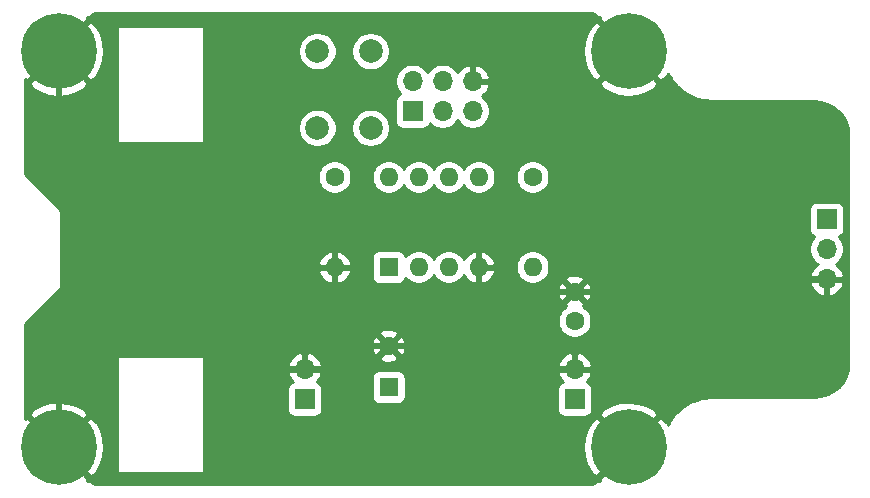
<source format=gbl>
G04 #@! TF.GenerationSoftware,KiCad,Pcbnew,5.1.6-c6e7f7d~87~ubuntu20.04.1*
G04 #@! TF.CreationDate,2020-07-30T22:17:07+05:30*
G04 #@! TF.ProjectId,tiny_blinky,74696e79-5f62-46c6-996e-6b792e6b6963,rev1*
G04 #@! TF.SameCoordinates,Original*
G04 #@! TF.FileFunction,Copper,L2,Bot*
G04 #@! TF.FilePolarity,Positive*
%FSLAX46Y46*%
G04 Gerber Fmt 4.6, Leading zero omitted, Abs format (unit mm)*
G04 Created by KiCad (PCBNEW 5.1.6-c6e7f7d~87~ubuntu20.04.1) date 2020-07-30 22:17:07*
%MOMM*%
%LPD*%
G01*
G04 APERTURE LIST*
G04 #@! TA.AperFunction,ComponentPad*
%ADD10C,2.000000*%
G04 #@! TD*
G04 #@! TA.AperFunction,ComponentPad*
%ADD11R,1.600000X1.600000*%
G04 #@! TD*
G04 #@! TA.AperFunction,ComponentPad*
%ADD12C,1.600000*%
G04 #@! TD*
G04 #@! TA.AperFunction,ComponentPad*
%ADD13C,6.400000*%
G04 #@! TD*
G04 #@! TA.AperFunction,ComponentPad*
%ADD14C,0.800000*%
G04 #@! TD*
G04 #@! TA.AperFunction,ComponentPad*
%ADD15R,1.700000X1.700000*%
G04 #@! TD*
G04 #@! TA.AperFunction,ComponentPad*
%ADD16O,1.700000X1.700000*%
G04 #@! TD*
G04 #@! TA.AperFunction,ComponentPad*
%ADD17O,1.600000X1.600000*%
G04 #@! TD*
G04 #@! TA.AperFunction,ViaPad*
%ADD18C,0.812800*%
G04 #@! TD*
G04 #@! TA.AperFunction,Conductor*
%ADD19C,0.508000*%
G04 #@! TD*
G04 #@! TA.AperFunction,Conductor*
%ADD20C,0.254000*%
G04 #@! TD*
G04 APERTURE END LIST*
D10*
X70612000Y-40536000D03*
X66112000Y-40536000D03*
X70612000Y-34036000D03*
X66112000Y-34036000D03*
D11*
X72136000Y-62484000D03*
D12*
X72136000Y-58984000D03*
X87884000Y-56896000D03*
X87884000Y-54396000D03*
D13*
X92456000Y-67564000D03*
D14*
X94856000Y-67564000D03*
X94153056Y-69261056D03*
X92456000Y-69964000D03*
X90758944Y-69261056D03*
X90056000Y-67564000D03*
X90758944Y-65866944D03*
X92456000Y-65164000D03*
X94153056Y-65866944D03*
X94153056Y-32338944D03*
X92456000Y-31636000D03*
X90758944Y-32338944D03*
X90056000Y-34036000D03*
X90758944Y-35733056D03*
X92456000Y-36436000D03*
X94153056Y-35733056D03*
X94856000Y-34036000D03*
D13*
X92456000Y-34036000D03*
X44196000Y-34036000D03*
D14*
X46596000Y-34036000D03*
X45893056Y-35733056D03*
X44196000Y-36436000D03*
X42498944Y-35733056D03*
X41796000Y-34036000D03*
X42498944Y-32338944D03*
X44196000Y-31636000D03*
X45893056Y-32338944D03*
X45893056Y-65866944D03*
X44196000Y-65164000D03*
X42498944Y-65866944D03*
X41796000Y-67564000D03*
X42498944Y-69261056D03*
X44196000Y-69964000D03*
X45893056Y-69261056D03*
X46596000Y-67564000D03*
D13*
X44196000Y-67564000D03*
D15*
X109220000Y-48260000D03*
D16*
X109220000Y-50800000D03*
X109220000Y-53340000D03*
D15*
X74168000Y-39116000D03*
D16*
X74168000Y-36576000D03*
X76708000Y-39116000D03*
X76708000Y-36576000D03*
X79248000Y-39116000D03*
X79248000Y-36576000D03*
X65024000Y-60960000D03*
D15*
X65024000Y-63500000D03*
X87884000Y-63500000D03*
D16*
X87884000Y-60960000D03*
D12*
X84328000Y-44704000D03*
D17*
X84328000Y-52324000D03*
X67564000Y-52324000D03*
D12*
X67564000Y-44704000D03*
D11*
X72136000Y-52324000D03*
D17*
X79756000Y-44704000D03*
X74676000Y-52324000D03*
X77216000Y-44704000D03*
X77216000Y-52324000D03*
X74676000Y-44704000D03*
X79756000Y-52324000D03*
X72136000Y-44704000D03*
D18*
X105537000Y-44323000D03*
X105537000Y-52451000D03*
X105410000Y-60579000D03*
D19*
X66802000Y-60960000D02*
X65024000Y-60960000D01*
X67564000Y-60198000D02*
X66802000Y-60960000D01*
X67635000Y-58984000D02*
X67564000Y-59055000D01*
X72136000Y-58984000D02*
X67635000Y-58984000D01*
X67564000Y-59055000D02*
X67564000Y-60198000D01*
X67564000Y-52324000D02*
X67564000Y-59055000D01*
X72136000Y-58984000D02*
X78557000Y-58984000D01*
X78557000Y-58984000D02*
X79756000Y-57785000D01*
X79843000Y-54396000D02*
X79756000Y-54483000D01*
X87884000Y-54396000D02*
X79843000Y-54396000D01*
X79756000Y-54483000D02*
X79756000Y-52324000D01*
X79756000Y-57785000D02*
X79756000Y-54483000D01*
X87884000Y-60960000D02*
X79375000Y-60960000D01*
X78557000Y-60142000D02*
X78557000Y-58984000D01*
X79375000Y-60960000D02*
X78557000Y-60142000D01*
X93893000Y-54396000D02*
X93980000Y-54483000D01*
X87884000Y-54396000D02*
X93893000Y-54396000D01*
X95123000Y-53340000D02*
X93980000Y-54483000D01*
X109220000Y-53340000D02*
X95123000Y-53340000D01*
X44196000Y-34036000D02*
X47244000Y-30988000D01*
X89408000Y-30988000D02*
X92456000Y-34036000D01*
X79248000Y-30988000D02*
X89408000Y-30988000D01*
X47244000Y-30988000D02*
X79248000Y-30988000D01*
X89408000Y-70612000D02*
X92456000Y-67564000D01*
X44196000Y-67564000D02*
X47244000Y-70612000D01*
X65024000Y-60960000D02*
X61976000Y-60960000D01*
X60960000Y-61976000D02*
X60960000Y-70612000D01*
X61976000Y-60960000D02*
X60960000Y-61976000D01*
X60960000Y-70612000D02*
X89408000Y-70612000D01*
X47244000Y-70612000D02*
X60960000Y-70612000D01*
X105537000Y-44323000D02*
X105537000Y-52451000D01*
X105537000Y-60452000D02*
X105410000Y-60579000D01*
X105537000Y-52451000D02*
X105537000Y-60452000D01*
X44196000Y-34036000D02*
X44196000Y-44450000D01*
X44196000Y-44450000D02*
X46482000Y-46736000D01*
X46482000Y-55118000D02*
X44196000Y-57404000D01*
X46482000Y-46736000D02*
X46482000Y-55118000D01*
X44196000Y-67564000D02*
X44196000Y-57404000D01*
D20*
G36*
X89934724Y-31335119D02*
G01*
X92456000Y-33856395D01*
X92470143Y-33842253D01*
X92649748Y-34021858D01*
X92635605Y-34036000D01*
X95156881Y-36557276D01*
X95646548Y-36197088D01*
X95790351Y-35932086D01*
X96016679Y-36350673D01*
X96051416Y-36402172D01*
X96085472Y-36454215D01*
X96091524Y-36461636D01*
X96533903Y-36996379D01*
X96578006Y-37040176D01*
X96621498Y-37084588D01*
X96628870Y-37090686D01*
X96628875Y-37090691D01*
X96628880Y-37090695D01*
X97166694Y-37529325D01*
X97218469Y-37563724D01*
X97269753Y-37598839D01*
X97278176Y-37603393D01*
X97890951Y-37929212D01*
X97948444Y-37952909D01*
X98005549Y-37977384D01*
X98014696Y-37980216D01*
X98679085Y-38180807D01*
X98740048Y-38192878D01*
X98800858Y-38205803D01*
X98810381Y-38206804D01*
X99501078Y-38274527D01*
X99501079Y-38274527D01*
X99534311Y-38277800D01*
X108170459Y-38277800D01*
X108760851Y-38335688D01*
X109296497Y-38497409D01*
X109790526Y-38760090D01*
X110224123Y-39113723D01*
X110580778Y-39544844D01*
X110846899Y-40037026D01*
X111012356Y-40571530D01*
X111074200Y-41159942D01*
X111074201Y-60418449D01*
X111016312Y-61008851D01*
X110854591Y-61544497D01*
X110591911Y-62038525D01*
X110238279Y-62472121D01*
X109807156Y-62828777D01*
X109314977Y-63094898D01*
X108780470Y-63260356D01*
X108192058Y-63322200D01*
X99534311Y-63322200D01*
X99503194Y-63325265D01*
X99481020Y-63325110D01*
X99471490Y-63326044D01*
X98781282Y-63398587D01*
X98720415Y-63411081D01*
X98659336Y-63422733D01*
X98650169Y-63425500D01*
X97987198Y-63630725D01*
X97929883Y-63654818D01*
X97872268Y-63678096D01*
X97863813Y-63682591D01*
X97253328Y-64012679D01*
X97201819Y-64047422D01*
X97149785Y-64081473D01*
X97142364Y-64087524D01*
X96607620Y-64529903D01*
X96563838Y-64573992D01*
X96519412Y-64617498D01*
X96513309Y-64624876D01*
X96074675Y-65162695D01*
X96040293Y-65214443D01*
X96005161Y-65265753D01*
X96000607Y-65274176D01*
X95791519Y-65667413D01*
X95673555Y-65443330D01*
X95646548Y-65402912D01*
X95156881Y-65042724D01*
X92635605Y-67564000D01*
X92649748Y-67578143D01*
X92470143Y-67757748D01*
X92456000Y-67743605D01*
X89934724Y-70264881D01*
X90059271Y-70434200D01*
X46592729Y-70434200D01*
X46717276Y-70264881D01*
X44196000Y-67743605D01*
X44181858Y-67757748D01*
X44002253Y-67578143D01*
X44016395Y-67564000D01*
X44375605Y-67564000D01*
X46896881Y-70085276D01*
X47386548Y-69725088D01*
X47746849Y-69061118D01*
X47970694Y-68339615D01*
X48049480Y-67588305D01*
X47980178Y-66836062D01*
X47765452Y-66111792D01*
X47413555Y-65443330D01*
X47386548Y-65402912D01*
X46896881Y-65042724D01*
X44375605Y-67564000D01*
X44016395Y-67564000D01*
X41495119Y-65042724D01*
X41325800Y-65167271D01*
X41325800Y-64863119D01*
X41674724Y-64863119D01*
X44196000Y-67384395D01*
X46717276Y-64863119D01*
X46357088Y-64373452D01*
X45693118Y-64013151D01*
X44971615Y-63789306D01*
X44220305Y-63710520D01*
X43468062Y-63779822D01*
X42743792Y-63994548D01*
X42075330Y-64346445D01*
X42034912Y-64373452D01*
X41674724Y-64863119D01*
X41325800Y-64863119D01*
X41325800Y-59944000D01*
X49149000Y-59944000D01*
X49149000Y-69596000D01*
X49151440Y-69620776D01*
X49158667Y-69644601D01*
X49170403Y-69666557D01*
X49186197Y-69685803D01*
X49205443Y-69701597D01*
X49227399Y-69713333D01*
X49251224Y-69720560D01*
X49276000Y-69723000D01*
X56388000Y-69723000D01*
X56412776Y-69720560D01*
X56436601Y-69713333D01*
X56458557Y-69701597D01*
X56477803Y-69685803D01*
X56493597Y-69666557D01*
X56505333Y-69644601D01*
X56512560Y-69620776D01*
X56515000Y-69596000D01*
X56515000Y-67539695D01*
X88602520Y-67539695D01*
X88671822Y-68291938D01*
X88886548Y-69016208D01*
X89238445Y-69684670D01*
X89265452Y-69725088D01*
X89755119Y-70085276D01*
X92276395Y-67564000D01*
X89755119Y-65042724D01*
X89265452Y-65402912D01*
X88905151Y-66066882D01*
X88681306Y-66788385D01*
X88602520Y-67539695D01*
X56515000Y-67539695D01*
X56515000Y-62650000D01*
X63535928Y-62650000D01*
X63535928Y-64350000D01*
X63548188Y-64474482D01*
X63584498Y-64594180D01*
X63643463Y-64704494D01*
X63722815Y-64801185D01*
X63819506Y-64880537D01*
X63929820Y-64939502D01*
X64049518Y-64975812D01*
X64174000Y-64988072D01*
X65874000Y-64988072D01*
X65998482Y-64975812D01*
X66118180Y-64939502D01*
X66228494Y-64880537D01*
X66325185Y-64801185D01*
X66404537Y-64704494D01*
X66463502Y-64594180D01*
X66499812Y-64474482D01*
X66512072Y-64350000D01*
X66512072Y-62650000D01*
X66499812Y-62525518D01*
X66463502Y-62405820D01*
X66404537Y-62295506D01*
X66325185Y-62198815D01*
X66228494Y-62119463D01*
X66118180Y-62060498D01*
X66037534Y-62036034D01*
X66121588Y-61960269D01*
X66295641Y-61726920D01*
X66316084Y-61684000D01*
X70697928Y-61684000D01*
X70697928Y-63284000D01*
X70710188Y-63408482D01*
X70746498Y-63528180D01*
X70805463Y-63638494D01*
X70884815Y-63735185D01*
X70981506Y-63814537D01*
X71091820Y-63873502D01*
X71211518Y-63909812D01*
X71336000Y-63922072D01*
X72936000Y-63922072D01*
X73060482Y-63909812D01*
X73180180Y-63873502D01*
X73290494Y-63814537D01*
X73387185Y-63735185D01*
X73466537Y-63638494D01*
X73525502Y-63528180D01*
X73561812Y-63408482D01*
X73574072Y-63284000D01*
X73574072Y-62650000D01*
X86395928Y-62650000D01*
X86395928Y-64350000D01*
X86408188Y-64474482D01*
X86444498Y-64594180D01*
X86503463Y-64704494D01*
X86582815Y-64801185D01*
X86679506Y-64880537D01*
X86789820Y-64939502D01*
X86909518Y-64975812D01*
X87034000Y-64988072D01*
X88734000Y-64988072D01*
X88858482Y-64975812D01*
X88978180Y-64939502D01*
X89088494Y-64880537D01*
X89109717Y-64863119D01*
X89934724Y-64863119D01*
X92456000Y-67384395D01*
X94977276Y-64863119D01*
X94617088Y-64373452D01*
X93953118Y-64013151D01*
X93231615Y-63789306D01*
X92480305Y-63710520D01*
X91728062Y-63779822D01*
X91003792Y-63994548D01*
X90335330Y-64346445D01*
X90294912Y-64373452D01*
X89934724Y-64863119D01*
X89109717Y-64863119D01*
X89185185Y-64801185D01*
X89264537Y-64704494D01*
X89323502Y-64594180D01*
X89359812Y-64474482D01*
X89372072Y-64350000D01*
X89372072Y-62650000D01*
X89359812Y-62525518D01*
X89323502Y-62405820D01*
X89264537Y-62295506D01*
X89185185Y-62198815D01*
X89088494Y-62119463D01*
X88978180Y-62060498D01*
X88897534Y-62036034D01*
X88981588Y-61960269D01*
X89155641Y-61726920D01*
X89280825Y-61464099D01*
X89325476Y-61316890D01*
X89204155Y-61087000D01*
X88011000Y-61087000D01*
X88011000Y-61107000D01*
X87757000Y-61107000D01*
X87757000Y-61087000D01*
X86563845Y-61087000D01*
X86442524Y-61316890D01*
X86487175Y-61464099D01*
X86612359Y-61726920D01*
X86786412Y-61960269D01*
X86870466Y-62036034D01*
X86789820Y-62060498D01*
X86679506Y-62119463D01*
X86582815Y-62198815D01*
X86503463Y-62295506D01*
X86444498Y-62405820D01*
X86408188Y-62525518D01*
X86395928Y-62650000D01*
X73574072Y-62650000D01*
X73574072Y-61684000D01*
X73561812Y-61559518D01*
X73525502Y-61439820D01*
X73466537Y-61329506D01*
X73387185Y-61232815D01*
X73290494Y-61153463D01*
X73180180Y-61094498D01*
X73060482Y-61058188D01*
X72936000Y-61045928D01*
X71336000Y-61045928D01*
X71211518Y-61058188D01*
X71091820Y-61094498D01*
X70981506Y-61153463D01*
X70884815Y-61232815D01*
X70805463Y-61329506D01*
X70746498Y-61439820D01*
X70710188Y-61559518D01*
X70697928Y-61684000D01*
X66316084Y-61684000D01*
X66420825Y-61464099D01*
X66465476Y-61316890D01*
X66344155Y-61087000D01*
X65151000Y-61087000D01*
X65151000Y-61107000D01*
X64897000Y-61107000D01*
X64897000Y-61087000D01*
X63703845Y-61087000D01*
X63582524Y-61316890D01*
X63627175Y-61464099D01*
X63752359Y-61726920D01*
X63926412Y-61960269D01*
X64010466Y-62036034D01*
X63929820Y-62060498D01*
X63819506Y-62119463D01*
X63722815Y-62198815D01*
X63643463Y-62295506D01*
X63584498Y-62405820D01*
X63548188Y-62525518D01*
X63535928Y-62650000D01*
X56515000Y-62650000D01*
X56515000Y-60603110D01*
X63582524Y-60603110D01*
X63703845Y-60833000D01*
X64897000Y-60833000D01*
X64897000Y-59639186D01*
X65151000Y-59639186D01*
X65151000Y-60833000D01*
X66344155Y-60833000D01*
X66465476Y-60603110D01*
X86442524Y-60603110D01*
X86563845Y-60833000D01*
X87757000Y-60833000D01*
X87757000Y-59639186D01*
X88011000Y-59639186D01*
X88011000Y-60833000D01*
X89204155Y-60833000D01*
X89325476Y-60603110D01*
X89280825Y-60455901D01*
X89155641Y-60193080D01*
X88981588Y-59959731D01*
X88765355Y-59764822D01*
X88515252Y-59615843D01*
X88240891Y-59518519D01*
X88011000Y-59639186D01*
X87757000Y-59639186D01*
X87527109Y-59518519D01*
X87252748Y-59615843D01*
X87002645Y-59764822D01*
X86786412Y-59959731D01*
X86612359Y-60193080D01*
X86487175Y-60455901D01*
X86442524Y-60603110D01*
X66465476Y-60603110D01*
X66420825Y-60455901D01*
X66295641Y-60193080D01*
X66134247Y-59976702D01*
X71322903Y-59976702D01*
X71394486Y-60220671D01*
X71649996Y-60341571D01*
X71924184Y-60410300D01*
X72206512Y-60424217D01*
X72486130Y-60382787D01*
X72752292Y-60287603D01*
X72877514Y-60220671D01*
X72949097Y-59976702D01*
X72136000Y-59163605D01*
X71322903Y-59976702D01*
X66134247Y-59976702D01*
X66121588Y-59959731D01*
X65905355Y-59764822D01*
X65655252Y-59615843D01*
X65380891Y-59518519D01*
X65151000Y-59639186D01*
X64897000Y-59639186D01*
X64667109Y-59518519D01*
X64392748Y-59615843D01*
X64142645Y-59764822D01*
X63926412Y-59959731D01*
X63752359Y-60193080D01*
X63627175Y-60455901D01*
X63582524Y-60603110D01*
X56515000Y-60603110D01*
X56515000Y-59944000D01*
X56512560Y-59919224D01*
X56505333Y-59895399D01*
X56493597Y-59873443D01*
X56477803Y-59854197D01*
X56458557Y-59838403D01*
X56436601Y-59826667D01*
X56412776Y-59819440D01*
X56388000Y-59817000D01*
X49276000Y-59817000D01*
X49251224Y-59819440D01*
X49227399Y-59826667D01*
X49205443Y-59838403D01*
X49186197Y-59854197D01*
X49170403Y-59873443D01*
X49158667Y-59895399D01*
X49151440Y-59919224D01*
X49149000Y-59944000D01*
X41325800Y-59944000D01*
X41325800Y-59054512D01*
X70695783Y-59054512D01*
X70737213Y-59334130D01*
X70832397Y-59600292D01*
X70899329Y-59725514D01*
X71143298Y-59797097D01*
X71956395Y-58984000D01*
X72315605Y-58984000D01*
X73128702Y-59797097D01*
X73372671Y-59725514D01*
X73493571Y-59470004D01*
X73562300Y-59195816D01*
X73576217Y-58913488D01*
X73534787Y-58633870D01*
X73439603Y-58367708D01*
X73372671Y-58242486D01*
X73128702Y-58170903D01*
X72315605Y-58984000D01*
X71956395Y-58984000D01*
X71143298Y-58170903D01*
X70899329Y-58242486D01*
X70778429Y-58497996D01*
X70709700Y-58772184D01*
X70695783Y-59054512D01*
X41325800Y-59054512D01*
X41325800Y-57991298D01*
X71322903Y-57991298D01*
X72136000Y-58804395D01*
X72949097Y-57991298D01*
X72877514Y-57747329D01*
X72622004Y-57626429D01*
X72347816Y-57557700D01*
X72065488Y-57543783D01*
X71785870Y-57585213D01*
X71519708Y-57680397D01*
X71394486Y-57747329D01*
X71322903Y-57991298D01*
X41325800Y-57991298D01*
X41325800Y-57180067D01*
X41751202Y-56754665D01*
X86449000Y-56754665D01*
X86449000Y-57037335D01*
X86504147Y-57314574D01*
X86612320Y-57575727D01*
X86769363Y-57810759D01*
X86969241Y-58010637D01*
X87204273Y-58167680D01*
X87465426Y-58275853D01*
X87742665Y-58331000D01*
X88025335Y-58331000D01*
X88302574Y-58275853D01*
X88563727Y-58167680D01*
X88798759Y-58010637D01*
X88998637Y-57810759D01*
X89155680Y-57575727D01*
X89263853Y-57314574D01*
X89319000Y-57037335D01*
X89319000Y-56754665D01*
X89263853Y-56477426D01*
X89155680Y-56216273D01*
X88998637Y-55981241D01*
X88798759Y-55781363D01*
X88598131Y-55647308D01*
X88625514Y-55632671D01*
X88697097Y-55388702D01*
X87884000Y-54575605D01*
X87070903Y-55388702D01*
X87142486Y-55632671D01*
X87171341Y-55646324D01*
X86969241Y-55781363D01*
X86769363Y-55981241D01*
X86612320Y-56216273D01*
X86504147Y-56477426D01*
X86449000Y-56754665D01*
X41751202Y-56754665D01*
X44039355Y-54466512D01*
X86443783Y-54466512D01*
X86485213Y-54746130D01*
X86580397Y-55012292D01*
X86647329Y-55137514D01*
X86891298Y-55209097D01*
X87704395Y-54396000D01*
X88063605Y-54396000D01*
X88876702Y-55209097D01*
X89120671Y-55137514D01*
X89241571Y-54882004D01*
X89310300Y-54607816D01*
X89324217Y-54325488D01*
X89282787Y-54045870D01*
X89187603Y-53779708D01*
X89143337Y-53696890D01*
X107778524Y-53696890D01*
X107823175Y-53844099D01*
X107948359Y-54106920D01*
X108122412Y-54340269D01*
X108338645Y-54535178D01*
X108588748Y-54684157D01*
X108863109Y-54781481D01*
X109093000Y-54660814D01*
X109093000Y-53467000D01*
X109347000Y-53467000D01*
X109347000Y-54660814D01*
X109576891Y-54781481D01*
X109851252Y-54684157D01*
X110101355Y-54535178D01*
X110317588Y-54340269D01*
X110491641Y-54106920D01*
X110616825Y-53844099D01*
X110661476Y-53696890D01*
X110540155Y-53467000D01*
X109347000Y-53467000D01*
X109093000Y-53467000D01*
X107899845Y-53467000D01*
X107778524Y-53696890D01*
X89143337Y-53696890D01*
X89120671Y-53654486D01*
X88876702Y-53582903D01*
X88063605Y-54396000D01*
X87704395Y-54396000D01*
X86891298Y-53582903D01*
X86647329Y-53654486D01*
X86526429Y-53909996D01*
X86457700Y-54184184D01*
X86443783Y-54466512D01*
X44039355Y-54466512D01*
X44149115Y-54356753D01*
X44175280Y-54335280D01*
X44260981Y-54230853D01*
X44290623Y-54175396D01*
X44324662Y-54111715D01*
X44336557Y-54072500D01*
X44363877Y-53982440D01*
X44373800Y-53881689D01*
X44373800Y-53881686D01*
X44377118Y-53848000D01*
X44373800Y-53814314D01*
X44373800Y-52673040D01*
X66172091Y-52673040D01*
X66266930Y-52937881D01*
X66411615Y-53179131D01*
X66600586Y-53387519D01*
X66826580Y-53555037D01*
X67080913Y-53675246D01*
X67214961Y-53715904D01*
X67437000Y-53593915D01*
X67437000Y-52451000D01*
X67691000Y-52451000D01*
X67691000Y-53593915D01*
X67913039Y-53715904D01*
X68047087Y-53675246D01*
X68301420Y-53555037D01*
X68527414Y-53387519D01*
X68716385Y-53179131D01*
X68861070Y-52937881D01*
X68955909Y-52673040D01*
X68834624Y-52451000D01*
X67691000Y-52451000D01*
X67437000Y-52451000D01*
X66293376Y-52451000D01*
X66172091Y-52673040D01*
X44373800Y-52673040D01*
X44373800Y-51974960D01*
X66172091Y-51974960D01*
X66293376Y-52197000D01*
X67437000Y-52197000D01*
X67437000Y-51054085D01*
X67691000Y-51054085D01*
X67691000Y-52197000D01*
X68834624Y-52197000D01*
X68955909Y-51974960D01*
X68861070Y-51710119D01*
X68749449Y-51524000D01*
X70697928Y-51524000D01*
X70697928Y-53124000D01*
X70710188Y-53248482D01*
X70746498Y-53368180D01*
X70805463Y-53478494D01*
X70884815Y-53575185D01*
X70981506Y-53654537D01*
X71091820Y-53713502D01*
X71211518Y-53749812D01*
X71336000Y-53762072D01*
X72936000Y-53762072D01*
X73060482Y-53749812D01*
X73180180Y-53713502D01*
X73290494Y-53654537D01*
X73387185Y-53575185D01*
X73466537Y-53478494D01*
X73525502Y-53368180D01*
X73561812Y-53248482D01*
X73562643Y-53240039D01*
X73761241Y-53438637D01*
X73996273Y-53595680D01*
X74257426Y-53703853D01*
X74534665Y-53759000D01*
X74817335Y-53759000D01*
X75094574Y-53703853D01*
X75355727Y-53595680D01*
X75590759Y-53438637D01*
X75790637Y-53238759D01*
X75946000Y-53006241D01*
X76101363Y-53238759D01*
X76301241Y-53438637D01*
X76536273Y-53595680D01*
X76797426Y-53703853D01*
X77074665Y-53759000D01*
X77357335Y-53759000D01*
X77634574Y-53703853D01*
X77895727Y-53595680D01*
X78130759Y-53438637D01*
X78330637Y-53238759D01*
X78487680Y-53003727D01*
X78492067Y-52993135D01*
X78603615Y-53179131D01*
X78792586Y-53387519D01*
X79018580Y-53555037D01*
X79272913Y-53675246D01*
X79406961Y-53715904D01*
X79629000Y-53593915D01*
X79629000Y-52451000D01*
X79883000Y-52451000D01*
X79883000Y-53593915D01*
X80105039Y-53715904D01*
X80239087Y-53675246D01*
X80493420Y-53555037D01*
X80719414Y-53387519D01*
X80908385Y-53179131D01*
X81053070Y-52937881D01*
X81147909Y-52673040D01*
X81026624Y-52451000D01*
X79883000Y-52451000D01*
X79629000Y-52451000D01*
X79609000Y-52451000D01*
X79609000Y-52197000D01*
X79629000Y-52197000D01*
X79629000Y-51054085D01*
X79883000Y-51054085D01*
X79883000Y-52197000D01*
X81026624Y-52197000D01*
X81034454Y-52182665D01*
X82893000Y-52182665D01*
X82893000Y-52465335D01*
X82948147Y-52742574D01*
X83056320Y-53003727D01*
X83213363Y-53238759D01*
X83413241Y-53438637D01*
X83648273Y-53595680D01*
X83909426Y-53703853D01*
X84186665Y-53759000D01*
X84469335Y-53759000D01*
X84746574Y-53703853D01*
X85007727Y-53595680D01*
X85242759Y-53438637D01*
X85278098Y-53403298D01*
X87070903Y-53403298D01*
X87884000Y-54216395D01*
X88697097Y-53403298D01*
X88625514Y-53159329D01*
X88370004Y-53038429D01*
X88095816Y-52969700D01*
X87813488Y-52955783D01*
X87533870Y-52997213D01*
X87267708Y-53092397D01*
X87142486Y-53159329D01*
X87070903Y-53403298D01*
X85278098Y-53403298D01*
X85442637Y-53238759D01*
X85599680Y-53003727D01*
X85707853Y-52742574D01*
X85763000Y-52465335D01*
X85763000Y-52182665D01*
X85707853Y-51905426D01*
X85599680Y-51644273D01*
X85442637Y-51409241D01*
X85242759Y-51209363D01*
X85007727Y-51052320D01*
X84746574Y-50944147D01*
X84469335Y-50889000D01*
X84186665Y-50889000D01*
X83909426Y-50944147D01*
X83648273Y-51052320D01*
X83413241Y-51209363D01*
X83213363Y-51409241D01*
X83056320Y-51644273D01*
X82948147Y-51905426D01*
X82893000Y-52182665D01*
X81034454Y-52182665D01*
X81147909Y-51974960D01*
X81053070Y-51710119D01*
X80908385Y-51468869D01*
X80719414Y-51260481D01*
X80493420Y-51092963D01*
X80239087Y-50972754D01*
X80105039Y-50932096D01*
X79883000Y-51054085D01*
X79629000Y-51054085D01*
X79406961Y-50932096D01*
X79272913Y-50972754D01*
X79018580Y-51092963D01*
X78792586Y-51260481D01*
X78603615Y-51468869D01*
X78492067Y-51654865D01*
X78487680Y-51644273D01*
X78330637Y-51409241D01*
X78130759Y-51209363D01*
X77895727Y-51052320D01*
X77634574Y-50944147D01*
X77357335Y-50889000D01*
X77074665Y-50889000D01*
X76797426Y-50944147D01*
X76536273Y-51052320D01*
X76301241Y-51209363D01*
X76101363Y-51409241D01*
X75946000Y-51641759D01*
X75790637Y-51409241D01*
X75590759Y-51209363D01*
X75355727Y-51052320D01*
X75094574Y-50944147D01*
X74817335Y-50889000D01*
X74534665Y-50889000D01*
X74257426Y-50944147D01*
X73996273Y-51052320D01*
X73761241Y-51209363D01*
X73562643Y-51407961D01*
X73561812Y-51399518D01*
X73525502Y-51279820D01*
X73466537Y-51169506D01*
X73387185Y-51072815D01*
X73290494Y-50993463D01*
X73180180Y-50934498D01*
X73060482Y-50898188D01*
X72936000Y-50885928D01*
X71336000Y-50885928D01*
X71211518Y-50898188D01*
X71091820Y-50934498D01*
X70981506Y-50993463D01*
X70884815Y-51072815D01*
X70805463Y-51169506D01*
X70746498Y-51279820D01*
X70710188Y-51399518D01*
X70697928Y-51524000D01*
X68749449Y-51524000D01*
X68716385Y-51468869D01*
X68527414Y-51260481D01*
X68301420Y-51092963D01*
X68047087Y-50972754D01*
X67913039Y-50932096D01*
X67691000Y-51054085D01*
X67437000Y-51054085D01*
X67214961Y-50932096D01*
X67080913Y-50972754D01*
X66826580Y-51092963D01*
X66600586Y-51260481D01*
X66411615Y-51468869D01*
X66266930Y-51710119D01*
X66172091Y-51974960D01*
X44373800Y-51974960D01*
X44373800Y-47785686D01*
X44377118Y-47752000D01*
X44373800Y-47718311D01*
X44363877Y-47617560D01*
X44336557Y-47527500D01*
X44324662Y-47488285D01*
X44282817Y-47410000D01*
X107731928Y-47410000D01*
X107731928Y-49110000D01*
X107744188Y-49234482D01*
X107780498Y-49354180D01*
X107839463Y-49464494D01*
X107918815Y-49561185D01*
X108015506Y-49640537D01*
X108125820Y-49699502D01*
X108198380Y-49721513D01*
X108066525Y-49853368D01*
X107904010Y-50096589D01*
X107792068Y-50366842D01*
X107735000Y-50653740D01*
X107735000Y-50946260D01*
X107792068Y-51233158D01*
X107904010Y-51503411D01*
X108066525Y-51746632D01*
X108273368Y-51953475D01*
X108455534Y-52075195D01*
X108338645Y-52144822D01*
X108122412Y-52339731D01*
X107948359Y-52573080D01*
X107823175Y-52835901D01*
X107778524Y-52983110D01*
X107899845Y-53213000D01*
X109093000Y-53213000D01*
X109093000Y-53193000D01*
X109347000Y-53193000D01*
X109347000Y-53213000D01*
X110540155Y-53213000D01*
X110661476Y-52983110D01*
X110616825Y-52835901D01*
X110491641Y-52573080D01*
X110317588Y-52339731D01*
X110101355Y-52144822D01*
X109984466Y-52075195D01*
X110166632Y-51953475D01*
X110373475Y-51746632D01*
X110535990Y-51503411D01*
X110647932Y-51233158D01*
X110705000Y-50946260D01*
X110705000Y-50653740D01*
X110647932Y-50366842D01*
X110535990Y-50096589D01*
X110373475Y-49853368D01*
X110241620Y-49721513D01*
X110314180Y-49699502D01*
X110424494Y-49640537D01*
X110521185Y-49561185D01*
X110600537Y-49464494D01*
X110659502Y-49354180D01*
X110695812Y-49234482D01*
X110708072Y-49110000D01*
X110708072Y-47410000D01*
X110695812Y-47285518D01*
X110659502Y-47165820D01*
X110600537Y-47055506D01*
X110521185Y-46958815D01*
X110424494Y-46879463D01*
X110314180Y-46820498D01*
X110194482Y-46784188D01*
X110070000Y-46771928D01*
X108370000Y-46771928D01*
X108245518Y-46784188D01*
X108125820Y-46820498D01*
X108015506Y-46879463D01*
X107918815Y-46958815D01*
X107839463Y-47055506D01*
X107780498Y-47165820D01*
X107744188Y-47285518D01*
X107731928Y-47410000D01*
X44282817Y-47410000D01*
X44260981Y-47369147D01*
X44251639Y-47357764D01*
X44196755Y-47290887D01*
X44196749Y-47290881D01*
X44175279Y-47264720D01*
X44149119Y-47243251D01*
X41468533Y-44562665D01*
X66129000Y-44562665D01*
X66129000Y-44845335D01*
X66184147Y-45122574D01*
X66292320Y-45383727D01*
X66449363Y-45618759D01*
X66649241Y-45818637D01*
X66884273Y-45975680D01*
X67145426Y-46083853D01*
X67422665Y-46139000D01*
X67705335Y-46139000D01*
X67982574Y-46083853D01*
X68243727Y-45975680D01*
X68478759Y-45818637D01*
X68678637Y-45618759D01*
X68835680Y-45383727D01*
X68943853Y-45122574D01*
X68999000Y-44845335D01*
X68999000Y-44562665D01*
X70701000Y-44562665D01*
X70701000Y-44845335D01*
X70756147Y-45122574D01*
X70864320Y-45383727D01*
X71021363Y-45618759D01*
X71221241Y-45818637D01*
X71456273Y-45975680D01*
X71717426Y-46083853D01*
X71994665Y-46139000D01*
X72277335Y-46139000D01*
X72554574Y-46083853D01*
X72815727Y-45975680D01*
X73050759Y-45818637D01*
X73250637Y-45618759D01*
X73406000Y-45386241D01*
X73561363Y-45618759D01*
X73761241Y-45818637D01*
X73996273Y-45975680D01*
X74257426Y-46083853D01*
X74534665Y-46139000D01*
X74817335Y-46139000D01*
X75094574Y-46083853D01*
X75355727Y-45975680D01*
X75590759Y-45818637D01*
X75790637Y-45618759D01*
X75946000Y-45386241D01*
X76101363Y-45618759D01*
X76301241Y-45818637D01*
X76536273Y-45975680D01*
X76797426Y-46083853D01*
X77074665Y-46139000D01*
X77357335Y-46139000D01*
X77634574Y-46083853D01*
X77895727Y-45975680D01*
X78130759Y-45818637D01*
X78330637Y-45618759D01*
X78486000Y-45386241D01*
X78641363Y-45618759D01*
X78841241Y-45818637D01*
X79076273Y-45975680D01*
X79337426Y-46083853D01*
X79614665Y-46139000D01*
X79897335Y-46139000D01*
X80174574Y-46083853D01*
X80435727Y-45975680D01*
X80670759Y-45818637D01*
X80870637Y-45618759D01*
X81027680Y-45383727D01*
X81135853Y-45122574D01*
X81191000Y-44845335D01*
X81191000Y-44562665D01*
X82893000Y-44562665D01*
X82893000Y-44845335D01*
X82948147Y-45122574D01*
X83056320Y-45383727D01*
X83213363Y-45618759D01*
X83413241Y-45818637D01*
X83648273Y-45975680D01*
X83909426Y-46083853D01*
X84186665Y-46139000D01*
X84469335Y-46139000D01*
X84746574Y-46083853D01*
X85007727Y-45975680D01*
X85242759Y-45818637D01*
X85442637Y-45618759D01*
X85599680Y-45383727D01*
X85707853Y-45122574D01*
X85763000Y-44845335D01*
X85763000Y-44562665D01*
X85707853Y-44285426D01*
X85599680Y-44024273D01*
X85442637Y-43789241D01*
X85242759Y-43589363D01*
X85007727Y-43432320D01*
X84746574Y-43324147D01*
X84469335Y-43269000D01*
X84186665Y-43269000D01*
X83909426Y-43324147D01*
X83648273Y-43432320D01*
X83413241Y-43589363D01*
X83213363Y-43789241D01*
X83056320Y-44024273D01*
X82948147Y-44285426D01*
X82893000Y-44562665D01*
X81191000Y-44562665D01*
X81135853Y-44285426D01*
X81027680Y-44024273D01*
X80870637Y-43789241D01*
X80670759Y-43589363D01*
X80435727Y-43432320D01*
X80174574Y-43324147D01*
X79897335Y-43269000D01*
X79614665Y-43269000D01*
X79337426Y-43324147D01*
X79076273Y-43432320D01*
X78841241Y-43589363D01*
X78641363Y-43789241D01*
X78486000Y-44021759D01*
X78330637Y-43789241D01*
X78130759Y-43589363D01*
X77895727Y-43432320D01*
X77634574Y-43324147D01*
X77357335Y-43269000D01*
X77074665Y-43269000D01*
X76797426Y-43324147D01*
X76536273Y-43432320D01*
X76301241Y-43589363D01*
X76101363Y-43789241D01*
X75946000Y-44021759D01*
X75790637Y-43789241D01*
X75590759Y-43589363D01*
X75355727Y-43432320D01*
X75094574Y-43324147D01*
X74817335Y-43269000D01*
X74534665Y-43269000D01*
X74257426Y-43324147D01*
X73996273Y-43432320D01*
X73761241Y-43589363D01*
X73561363Y-43789241D01*
X73406000Y-44021759D01*
X73250637Y-43789241D01*
X73050759Y-43589363D01*
X72815727Y-43432320D01*
X72554574Y-43324147D01*
X72277335Y-43269000D01*
X71994665Y-43269000D01*
X71717426Y-43324147D01*
X71456273Y-43432320D01*
X71221241Y-43589363D01*
X71021363Y-43789241D01*
X70864320Y-44024273D01*
X70756147Y-44285426D01*
X70701000Y-44562665D01*
X68999000Y-44562665D01*
X68943853Y-44285426D01*
X68835680Y-44024273D01*
X68678637Y-43789241D01*
X68478759Y-43589363D01*
X68243727Y-43432320D01*
X67982574Y-43324147D01*
X67705335Y-43269000D01*
X67422665Y-43269000D01*
X67145426Y-43324147D01*
X66884273Y-43432320D01*
X66649241Y-43589363D01*
X66449363Y-43789241D01*
X66292320Y-44024273D01*
X66184147Y-44285426D01*
X66129000Y-44562665D01*
X41468533Y-44562665D01*
X41325800Y-44419933D01*
X41325800Y-36736881D01*
X41674724Y-36736881D01*
X42034912Y-37226548D01*
X42698882Y-37586849D01*
X43420385Y-37810694D01*
X44171695Y-37889480D01*
X44923938Y-37820178D01*
X45648208Y-37605452D01*
X46316670Y-37253555D01*
X46357088Y-37226548D01*
X46717276Y-36736881D01*
X44196000Y-34215605D01*
X41674724Y-36736881D01*
X41325800Y-36736881D01*
X41325800Y-36432729D01*
X41495119Y-36557276D01*
X44016395Y-34036000D01*
X44375605Y-34036000D01*
X46896881Y-36557276D01*
X47386548Y-36197088D01*
X47746849Y-35533118D01*
X47970694Y-34811615D01*
X48049480Y-34060305D01*
X47980178Y-33308062D01*
X47765452Y-32583792D01*
X47460234Y-32004000D01*
X49149000Y-32004000D01*
X49149000Y-41656000D01*
X49151440Y-41680776D01*
X49158667Y-41704601D01*
X49170403Y-41726557D01*
X49186197Y-41745803D01*
X49205443Y-41761597D01*
X49227399Y-41773333D01*
X49251224Y-41780560D01*
X49276000Y-41783000D01*
X56388000Y-41783000D01*
X56412776Y-41780560D01*
X56436601Y-41773333D01*
X56458557Y-41761597D01*
X56477803Y-41745803D01*
X56493597Y-41726557D01*
X56505333Y-41704601D01*
X56512560Y-41680776D01*
X56515000Y-41656000D01*
X56515000Y-40374967D01*
X64477000Y-40374967D01*
X64477000Y-40697033D01*
X64539832Y-41012912D01*
X64663082Y-41310463D01*
X64842013Y-41578252D01*
X65069748Y-41805987D01*
X65337537Y-41984918D01*
X65635088Y-42108168D01*
X65950967Y-42171000D01*
X66273033Y-42171000D01*
X66588912Y-42108168D01*
X66886463Y-41984918D01*
X67154252Y-41805987D01*
X67381987Y-41578252D01*
X67560918Y-41310463D01*
X67684168Y-41012912D01*
X67747000Y-40697033D01*
X67747000Y-40374967D01*
X68977000Y-40374967D01*
X68977000Y-40697033D01*
X69039832Y-41012912D01*
X69163082Y-41310463D01*
X69342013Y-41578252D01*
X69569748Y-41805987D01*
X69837537Y-41984918D01*
X70135088Y-42108168D01*
X70450967Y-42171000D01*
X70773033Y-42171000D01*
X71088912Y-42108168D01*
X71386463Y-41984918D01*
X71654252Y-41805987D01*
X71881987Y-41578252D01*
X72060918Y-41310463D01*
X72184168Y-41012912D01*
X72247000Y-40697033D01*
X72247000Y-40374967D01*
X72184168Y-40059088D01*
X72060918Y-39761537D01*
X71881987Y-39493748D01*
X71654252Y-39266013D01*
X71386463Y-39087082D01*
X71088912Y-38963832D01*
X70773033Y-38901000D01*
X70450967Y-38901000D01*
X70135088Y-38963832D01*
X69837537Y-39087082D01*
X69569748Y-39266013D01*
X69342013Y-39493748D01*
X69163082Y-39761537D01*
X69039832Y-40059088D01*
X68977000Y-40374967D01*
X67747000Y-40374967D01*
X67684168Y-40059088D01*
X67560918Y-39761537D01*
X67381987Y-39493748D01*
X67154252Y-39266013D01*
X66886463Y-39087082D01*
X66588912Y-38963832D01*
X66273033Y-38901000D01*
X65950967Y-38901000D01*
X65635088Y-38963832D01*
X65337537Y-39087082D01*
X65069748Y-39266013D01*
X64842013Y-39493748D01*
X64663082Y-39761537D01*
X64539832Y-40059088D01*
X64477000Y-40374967D01*
X56515000Y-40374967D01*
X56515000Y-38266000D01*
X72679928Y-38266000D01*
X72679928Y-39966000D01*
X72692188Y-40090482D01*
X72728498Y-40210180D01*
X72787463Y-40320494D01*
X72866815Y-40417185D01*
X72963506Y-40496537D01*
X73073820Y-40555502D01*
X73193518Y-40591812D01*
X73318000Y-40604072D01*
X75018000Y-40604072D01*
X75142482Y-40591812D01*
X75262180Y-40555502D01*
X75372494Y-40496537D01*
X75469185Y-40417185D01*
X75548537Y-40320494D01*
X75607502Y-40210180D01*
X75629513Y-40137620D01*
X75761368Y-40269475D01*
X76004589Y-40431990D01*
X76274842Y-40543932D01*
X76561740Y-40601000D01*
X76854260Y-40601000D01*
X77141158Y-40543932D01*
X77411411Y-40431990D01*
X77654632Y-40269475D01*
X77861475Y-40062632D01*
X77978000Y-39888240D01*
X78094525Y-40062632D01*
X78301368Y-40269475D01*
X78544589Y-40431990D01*
X78814842Y-40543932D01*
X79101740Y-40601000D01*
X79394260Y-40601000D01*
X79681158Y-40543932D01*
X79951411Y-40431990D01*
X80194632Y-40269475D01*
X80401475Y-40062632D01*
X80563990Y-39819411D01*
X80675932Y-39549158D01*
X80733000Y-39262260D01*
X80733000Y-38969740D01*
X80675932Y-38682842D01*
X80563990Y-38412589D01*
X80401475Y-38169368D01*
X80194632Y-37962525D01*
X80018594Y-37844900D01*
X80248269Y-37673588D01*
X80443178Y-37457355D01*
X80592157Y-37207252D01*
X80689481Y-36932891D01*
X80586598Y-36736881D01*
X89934724Y-36736881D01*
X90294912Y-37226548D01*
X90958882Y-37586849D01*
X91680385Y-37810694D01*
X92431695Y-37889480D01*
X93183938Y-37820178D01*
X93908208Y-37605452D01*
X94576670Y-37253555D01*
X94617088Y-37226548D01*
X94977276Y-36736881D01*
X92456000Y-34215605D01*
X89934724Y-36736881D01*
X80586598Y-36736881D01*
X80568814Y-36703000D01*
X79375000Y-36703000D01*
X79375000Y-36723000D01*
X79121000Y-36723000D01*
X79121000Y-36703000D01*
X79101000Y-36703000D01*
X79101000Y-36449000D01*
X79121000Y-36449000D01*
X79121000Y-35255845D01*
X79375000Y-35255845D01*
X79375000Y-36449000D01*
X80568814Y-36449000D01*
X80689481Y-36219109D01*
X80592157Y-35944748D01*
X80443178Y-35694645D01*
X80248269Y-35478412D01*
X80014920Y-35304359D01*
X79752099Y-35179175D01*
X79604890Y-35134524D01*
X79375000Y-35255845D01*
X79121000Y-35255845D01*
X78891110Y-35134524D01*
X78743901Y-35179175D01*
X78481080Y-35304359D01*
X78247731Y-35478412D01*
X78052822Y-35694645D01*
X77983195Y-35811534D01*
X77861475Y-35629368D01*
X77654632Y-35422525D01*
X77411411Y-35260010D01*
X77141158Y-35148068D01*
X76854260Y-35091000D01*
X76561740Y-35091000D01*
X76274842Y-35148068D01*
X76004589Y-35260010D01*
X75761368Y-35422525D01*
X75554525Y-35629368D01*
X75438000Y-35803760D01*
X75321475Y-35629368D01*
X75114632Y-35422525D01*
X74871411Y-35260010D01*
X74601158Y-35148068D01*
X74314260Y-35091000D01*
X74021740Y-35091000D01*
X73734842Y-35148068D01*
X73464589Y-35260010D01*
X73221368Y-35422525D01*
X73014525Y-35629368D01*
X72852010Y-35872589D01*
X72740068Y-36142842D01*
X72683000Y-36429740D01*
X72683000Y-36722260D01*
X72740068Y-37009158D01*
X72852010Y-37279411D01*
X73014525Y-37522632D01*
X73146380Y-37654487D01*
X73073820Y-37676498D01*
X72963506Y-37735463D01*
X72866815Y-37814815D01*
X72787463Y-37911506D01*
X72728498Y-38021820D01*
X72692188Y-38141518D01*
X72679928Y-38266000D01*
X56515000Y-38266000D01*
X56515000Y-33874967D01*
X64477000Y-33874967D01*
X64477000Y-34197033D01*
X64539832Y-34512912D01*
X64663082Y-34810463D01*
X64842013Y-35078252D01*
X65069748Y-35305987D01*
X65337537Y-35484918D01*
X65635088Y-35608168D01*
X65950967Y-35671000D01*
X66273033Y-35671000D01*
X66588912Y-35608168D01*
X66886463Y-35484918D01*
X67154252Y-35305987D01*
X67381987Y-35078252D01*
X67560918Y-34810463D01*
X67684168Y-34512912D01*
X67747000Y-34197033D01*
X67747000Y-33874967D01*
X68977000Y-33874967D01*
X68977000Y-34197033D01*
X69039832Y-34512912D01*
X69163082Y-34810463D01*
X69342013Y-35078252D01*
X69569748Y-35305987D01*
X69837537Y-35484918D01*
X70135088Y-35608168D01*
X70450967Y-35671000D01*
X70773033Y-35671000D01*
X71088912Y-35608168D01*
X71386463Y-35484918D01*
X71654252Y-35305987D01*
X71881987Y-35078252D01*
X72060918Y-34810463D01*
X72184168Y-34512912D01*
X72247000Y-34197033D01*
X72247000Y-34011695D01*
X88602520Y-34011695D01*
X88671822Y-34763938D01*
X88886548Y-35488208D01*
X89238445Y-36156670D01*
X89265452Y-36197088D01*
X89755119Y-36557276D01*
X92276395Y-34036000D01*
X89755119Y-31514724D01*
X89265452Y-31874912D01*
X88905151Y-32538882D01*
X88681306Y-33260385D01*
X88602520Y-34011695D01*
X72247000Y-34011695D01*
X72247000Y-33874967D01*
X72184168Y-33559088D01*
X72060918Y-33261537D01*
X71881987Y-32993748D01*
X71654252Y-32766013D01*
X71386463Y-32587082D01*
X71088912Y-32463832D01*
X70773033Y-32401000D01*
X70450967Y-32401000D01*
X70135088Y-32463832D01*
X69837537Y-32587082D01*
X69569748Y-32766013D01*
X69342013Y-32993748D01*
X69163082Y-33261537D01*
X69039832Y-33559088D01*
X68977000Y-33874967D01*
X67747000Y-33874967D01*
X67684168Y-33559088D01*
X67560918Y-33261537D01*
X67381987Y-32993748D01*
X67154252Y-32766013D01*
X66886463Y-32587082D01*
X66588912Y-32463832D01*
X66273033Y-32401000D01*
X65950967Y-32401000D01*
X65635088Y-32463832D01*
X65337537Y-32587082D01*
X65069748Y-32766013D01*
X64842013Y-32993748D01*
X64663082Y-33261537D01*
X64539832Y-33559088D01*
X64477000Y-33874967D01*
X56515000Y-33874967D01*
X56515000Y-32004000D01*
X56512560Y-31979224D01*
X56505333Y-31955399D01*
X56493597Y-31933443D01*
X56477803Y-31914197D01*
X56458557Y-31898403D01*
X56436601Y-31886667D01*
X56412776Y-31879440D01*
X56388000Y-31877000D01*
X49276000Y-31877000D01*
X49251224Y-31879440D01*
X49227399Y-31886667D01*
X49205443Y-31898403D01*
X49186197Y-31914197D01*
X49170403Y-31933443D01*
X49158667Y-31955399D01*
X49151440Y-31979224D01*
X49149000Y-32004000D01*
X47460234Y-32004000D01*
X47413555Y-31915330D01*
X47386548Y-31874912D01*
X46896881Y-31514724D01*
X44375605Y-34036000D01*
X44016395Y-34036000D01*
X44002253Y-34021858D01*
X44181858Y-33842253D01*
X44196000Y-33856395D01*
X46717276Y-31335119D01*
X46592729Y-31165800D01*
X90059271Y-31165800D01*
X89934724Y-31335119D01*
G37*
X89934724Y-31335119D02*
X92456000Y-33856395D01*
X92470143Y-33842253D01*
X92649748Y-34021858D01*
X92635605Y-34036000D01*
X95156881Y-36557276D01*
X95646548Y-36197088D01*
X95790351Y-35932086D01*
X96016679Y-36350673D01*
X96051416Y-36402172D01*
X96085472Y-36454215D01*
X96091524Y-36461636D01*
X96533903Y-36996379D01*
X96578006Y-37040176D01*
X96621498Y-37084588D01*
X96628870Y-37090686D01*
X96628875Y-37090691D01*
X96628880Y-37090695D01*
X97166694Y-37529325D01*
X97218469Y-37563724D01*
X97269753Y-37598839D01*
X97278176Y-37603393D01*
X97890951Y-37929212D01*
X97948444Y-37952909D01*
X98005549Y-37977384D01*
X98014696Y-37980216D01*
X98679085Y-38180807D01*
X98740048Y-38192878D01*
X98800858Y-38205803D01*
X98810381Y-38206804D01*
X99501078Y-38274527D01*
X99501079Y-38274527D01*
X99534311Y-38277800D01*
X108170459Y-38277800D01*
X108760851Y-38335688D01*
X109296497Y-38497409D01*
X109790526Y-38760090D01*
X110224123Y-39113723D01*
X110580778Y-39544844D01*
X110846899Y-40037026D01*
X111012356Y-40571530D01*
X111074200Y-41159942D01*
X111074201Y-60418449D01*
X111016312Y-61008851D01*
X110854591Y-61544497D01*
X110591911Y-62038525D01*
X110238279Y-62472121D01*
X109807156Y-62828777D01*
X109314977Y-63094898D01*
X108780470Y-63260356D01*
X108192058Y-63322200D01*
X99534311Y-63322200D01*
X99503194Y-63325265D01*
X99481020Y-63325110D01*
X99471490Y-63326044D01*
X98781282Y-63398587D01*
X98720415Y-63411081D01*
X98659336Y-63422733D01*
X98650169Y-63425500D01*
X97987198Y-63630725D01*
X97929883Y-63654818D01*
X97872268Y-63678096D01*
X97863813Y-63682591D01*
X97253328Y-64012679D01*
X97201819Y-64047422D01*
X97149785Y-64081473D01*
X97142364Y-64087524D01*
X96607620Y-64529903D01*
X96563838Y-64573992D01*
X96519412Y-64617498D01*
X96513309Y-64624876D01*
X96074675Y-65162695D01*
X96040293Y-65214443D01*
X96005161Y-65265753D01*
X96000607Y-65274176D01*
X95791519Y-65667413D01*
X95673555Y-65443330D01*
X95646548Y-65402912D01*
X95156881Y-65042724D01*
X92635605Y-67564000D01*
X92649748Y-67578143D01*
X92470143Y-67757748D01*
X92456000Y-67743605D01*
X89934724Y-70264881D01*
X90059271Y-70434200D01*
X46592729Y-70434200D01*
X46717276Y-70264881D01*
X44196000Y-67743605D01*
X44181858Y-67757748D01*
X44002253Y-67578143D01*
X44016395Y-67564000D01*
X44375605Y-67564000D01*
X46896881Y-70085276D01*
X47386548Y-69725088D01*
X47746849Y-69061118D01*
X47970694Y-68339615D01*
X48049480Y-67588305D01*
X47980178Y-66836062D01*
X47765452Y-66111792D01*
X47413555Y-65443330D01*
X47386548Y-65402912D01*
X46896881Y-65042724D01*
X44375605Y-67564000D01*
X44016395Y-67564000D01*
X41495119Y-65042724D01*
X41325800Y-65167271D01*
X41325800Y-64863119D01*
X41674724Y-64863119D01*
X44196000Y-67384395D01*
X46717276Y-64863119D01*
X46357088Y-64373452D01*
X45693118Y-64013151D01*
X44971615Y-63789306D01*
X44220305Y-63710520D01*
X43468062Y-63779822D01*
X42743792Y-63994548D01*
X42075330Y-64346445D01*
X42034912Y-64373452D01*
X41674724Y-64863119D01*
X41325800Y-64863119D01*
X41325800Y-59944000D01*
X49149000Y-59944000D01*
X49149000Y-69596000D01*
X49151440Y-69620776D01*
X49158667Y-69644601D01*
X49170403Y-69666557D01*
X49186197Y-69685803D01*
X49205443Y-69701597D01*
X49227399Y-69713333D01*
X49251224Y-69720560D01*
X49276000Y-69723000D01*
X56388000Y-69723000D01*
X56412776Y-69720560D01*
X56436601Y-69713333D01*
X56458557Y-69701597D01*
X56477803Y-69685803D01*
X56493597Y-69666557D01*
X56505333Y-69644601D01*
X56512560Y-69620776D01*
X56515000Y-69596000D01*
X56515000Y-67539695D01*
X88602520Y-67539695D01*
X88671822Y-68291938D01*
X88886548Y-69016208D01*
X89238445Y-69684670D01*
X89265452Y-69725088D01*
X89755119Y-70085276D01*
X92276395Y-67564000D01*
X89755119Y-65042724D01*
X89265452Y-65402912D01*
X88905151Y-66066882D01*
X88681306Y-66788385D01*
X88602520Y-67539695D01*
X56515000Y-67539695D01*
X56515000Y-62650000D01*
X63535928Y-62650000D01*
X63535928Y-64350000D01*
X63548188Y-64474482D01*
X63584498Y-64594180D01*
X63643463Y-64704494D01*
X63722815Y-64801185D01*
X63819506Y-64880537D01*
X63929820Y-64939502D01*
X64049518Y-64975812D01*
X64174000Y-64988072D01*
X65874000Y-64988072D01*
X65998482Y-64975812D01*
X66118180Y-64939502D01*
X66228494Y-64880537D01*
X66325185Y-64801185D01*
X66404537Y-64704494D01*
X66463502Y-64594180D01*
X66499812Y-64474482D01*
X66512072Y-64350000D01*
X66512072Y-62650000D01*
X66499812Y-62525518D01*
X66463502Y-62405820D01*
X66404537Y-62295506D01*
X66325185Y-62198815D01*
X66228494Y-62119463D01*
X66118180Y-62060498D01*
X66037534Y-62036034D01*
X66121588Y-61960269D01*
X66295641Y-61726920D01*
X66316084Y-61684000D01*
X70697928Y-61684000D01*
X70697928Y-63284000D01*
X70710188Y-63408482D01*
X70746498Y-63528180D01*
X70805463Y-63638494D01*
X70884815Y-63735185D01*
X70981506Y-63814537D01*
X71091820Y-63873502D01*
X71211518Y-63909812D01*
X71336000Y-63922072D01*
X72936000Y-63922072D01*
X73060482Y-63909812D01*
X73180180Y-63873502D01*
X73290494Y-63814537D01*
X73387185Y-63735185D01*
X73466537Y-63638494D01*
X73525502Y-63528180D01*
X73561812Y-63408482D01*
X73574072Y-63284000D01*
X73574072Y-62650000D01*
X86395928Y-62650000D01*
X86395928Y-64350000D01*
X86408188Y-64474482D01*
X86444498Y-64594180D01*
X86503463Y-64704494D01*
X86582815Y-64801185D01*
X86679506Y-64880537D01*
X86789820Y-64939502D01*
X86909518Y-64975812D01*
X87034000Y-64988072D01*
X88734000Y-64988072D01*
X88858482Y-64975812D01*
X88978180Y-64939502D01*
X89088494Y-64880537D01*
X89109717Y-64863119D01*
X89934724Y-64863119D01*
X92456000Y-67384395D01*
X94977276Y-64863119D01*
X94617088Y-64373452D01*
X93953118Y-64013151D01*
X93231615Y-63789306D01*
X92480305Y-63710520D01*
X91728062Y-63779822D01*
X91003792Y-63994548D01*
X90335330Y-64346445D01*
X90294912Y-64373452D01*
X89934724Y-64863119D01*
X89109717Y-64863119D01*
X89185185Y-64801185D01*
X89264537Y-64704494D01*
X89323502Y-64594180D01*
X89359812Y-64474482D01*
X89372072Y-64350000D01*
X89372072Y-62650000D01*
X89359812Y-62525518D01*
X89323502Y-62405820D01*
X89264537Y-62295506D01*
X89185185Y-62198815D01*
X89088494Y-62119463D01*
X88978180Y-62060498D01*
X88897534Y-62036034D01*
X88981588Y-61960269D01*
X89155641Y-61726920D01*
X89280825Y-61464099D01*
X89325476Y-61316890D01*
X89204155Y-61087000D01*
X88011000Y-61087000D01*
X88011000Y-61107000D01*
X87757000Y-61107000D01*
X87757000Y-61087000D01*
X86563845Y-61087000D01*
X86442524Y-61316890D01*
X86487175Y-61464099D01*
X86612359Y-61726920D01*
X86786412Y-61960269D01*
X86870466Y-62036034D01*
X86789820Y-62060498D01*
X86679506Y-62119463D01*
X86582815Y-62198815D01*
X86503463Y-62295506D01*
X86444498Y-62405820D01*
X86408188Y-62525518D01*
X86395928Y-62650000D01*
X73574072Y-62650000D01*
X73574072Y-61684000D01*
X73561812Y-61559518D01*
X73525502Y-61439820D01*
X73466537Y-61329506D01*
X73387185Y-61232815D01*
X73290494Y-61153463D01*
X73180180Y-61094498D01*
X73060482Y-61058188D01*
X72936000Y-61045928D01*
X71336000Y-61045928D01*
X71211518Y-61058188D01*
X71091820Y-61094498D01*
X70981506Y-61153463D01*
X70884815Y-61232815D01*
X70805463Y-61329506D01*
X70746498Y-61439820D01*
X70710188Y-61559518D01*
X70697928Y-61684000D01*
X66316084Y-61684000D01*
X66420825Y-61464099D01*
X66465476Y-61316890D01*
X66344155Y-61087000D01*
X65151000Y-61087000D01*
X65151000Y-61107000D01*
X64897000Y-61107000D01*
X64897000Y-61087000D01*
X63703845Y-61087000D01*
X63582524Y-61316890D01*
X63627175Y-61464099D01*
X63752359Y-61726920D01*
X63926412Y-61960269D01*
X64010466Y-62036034D01*
X63929820Y-62060498D01*
X63819506Y-62119463D01*
X63722815Y-62198815D01*
X63643463Y-62295506D01*
X63584498Y-62405820D01*
X63548188Y-62525518D01*
X63535928Y-62650000D01*
X56515000Y-62650000D01*
X56515000Y-60603110D01*
X63582524Y-60603110D01*
X63703845Y-60833000D01*
X64897000Y-60833000D01*
X64897000Y-59639186D01*
X65151000Y-59639186D01*
X65151000Y-60833000D01*
X66344155Y-60833000D01*
X66465476Y-60603110D01*
X86442524Y-60603110D01*
X86563845Y-60833000D01*
X87757000Y-60833000D01*
X87757000Y-59639186D01*
X88011000Y-59639186D01*
X88011000Y-60833000D01*
X89204155Y-60833000D01*
X89325476Y-60603110D01*
X89280825Y-60455901D01*
X89155641Y-60193080D01*
X88981588Y-59959731D01*
X88765355Y-59764822D01*
X88515252Y-59615843D01*
X88240891Y-59518519D01*
X88011000Y-59639186D01*
X87757000Y-59639186D01*
X87527109Y-59518519D01*
X87252748Y-59615843D01*
X87002645Y-59764822D01*
X86786412Y-59959731D01*
X86612359Y-60193080D01*
X86487175Y-60455901D01*
X86442524Y-60603110D01*
X66465476Y-60603110D01*
X66420825Y-60455901D01*
X66295641Y-60193080D01*
X66134247Y-59976702D01*
X71322903Y-59976702D01*
X71394486Y-60220671D01*
X71649996Y-60341571D01*
X71924184Y-60410300D01*
X72206512Y-60424217D01*
X72486130Y-60382787D01*
X72752292Y-60287603D01*
X72877514Y-60220671D01*
X72949097Y-59976702D01*
X72136000Y-59163605D01*
X71322903Y-59976702D01*
X66134247Y-59976702D01*
X66121588Y-59959731D01*
X65905355Y-59764822D01*
X65655252Y-59615843D01*
X65380891Y-59518519D01*
X65151000Y-59639186D01*
X64897000Y-59639186D01*
X64667109Y-59518519D01*
X64392748Y-59615843D01*
X64142645Y-59764822D01*
X63926412Y-59959731D01*
X63752359Y-60193080D01*
X63627175Y-60455901D01*
X63582524Y-60603110D01*
X56515000Y-60603110D01*
X56515000Y-59944000D01*
X56512560Y-59919224D01*
X56505333Y-59895399D01*
X56493597Y-59873443D01*
X56477803Y-59854197D01*
X56458557Y-59838403D01*
X56436601Y-59826667D01*
X56412776Y-59819440D01*
X56388000Y-59817000D01*
X49276000Y-59817000D01*
X49251224Y-59819440D01*
X49227399Y-59826667D01*
X49205443Y-59838403D01*
X49186197Y-59854197D01*
X49170403Y-59873443D01*
X49158667Y-59895399D01*
X49151440Y-59919224D01*
X49149000Y-59944000D01*
X41325800Y-59944000D01*
X41325800Y-59054512D01*
X70695783Y-59054512D01*
X70737213Y-59334130D01*
X70832397Y-59600292D01*
X70899329Y-59725514D01*
X71143298Y-59797097D01*
X71956395Y-58984000D01*
X72315605Y-58984000D01*
X73128702Y-59797097D01*
X73372671Y-59725514D01*
X73493571Y-59470004D01*
X73562300Y-59195816D01*
X73576217Y-58913488D01*
X73534787Y-58633870D01*
X73439603Y-58367708D01*
X73372671Y-58242486D01*
X73128702Y-58170903D01*
X72315605Y-58984000D01*
X71956395Y-58984000D01*
X71143298Y-58170903D01*
X70899329Y-58242486D01*
X70778429Y-58497996D01*
X70709700Y-58772184D01*
X70695783Y-59054512D01*
X41325800Y-59054512D01*
X41325800Y-57991298D01*
X71322903Y-57991298D01*
X72136000Y-58804395D01*
X72949097Y-57991298D01*
X72877514Y-57747329D01*
X72622004Y-57626429D01*
X72347816Y-57557700D01*
X72065488Y-57543783D01*
X71785870Y-57585213D01*
X71519708Y-57680397D01*
X71394486Y-57747329D01*
X71322903Y-57991298D01*
X41325800Y-57991298D01*
X41325800Y-57180067D01*
X41751202Y-56754665D01*
X86449000Y-56754665D01*
X86449000Y-57037335D01*
X86504147Y-57314574D01*
X86612320Y-57575727D01*
X86769363Y-57810759D01*
X86969241Y-58010637D01*
X87204273Y-58167680D01*
X87465426Y-58275853D01*
X87742665Y-58331000D01*
X88025335Y-58331000D01*
X88302574Y-58275853D01*
X88563727Y-58167680D01*
X88798759Y-58010637D01*
X88998637Y-57810759D01*
X89155680Y-57575727D01*
X89263853Y-57314574D01*
X89319000Y-57037335D01*
X89319000Y-56754665D01*
X89263853Y-56477426D01*
X89155680Y-56216273D01*
X88998637Y-55981241D01*
X88798759Y-55781363D01*
X88598131Y-55647308D01*
X88625514Y-55632671D01*
X88697097Y-55388702D01*
X87884000Y-54575605D01*
X87070903Y-55388702D01*
X87142486Y-55632671D01*
X87171341Y-55646324D01*
X86969241Y-55781363D01*
X86769363Y-55981241D01*
X86612320Y-56216273D01*
X86504147Y-56477426D01*
X86449000Y-56754665D01*
X41751202Y-56754665D01*
X44039355Y-54466512D01*
X86443783Y-54466512D01*
X86485213Y-54746130D01*
X86580397Y-55012292D01*
X86647329Y-55137514D01*
X86891298Y-55209097D01*
X87704395Y-54396000D01*
X88063605Y-54396000D01*
X88876702Y-55209097D01*
X89120671Y-55137514D01*
X89241571Y-54882004D01*
X89310300Y-54607816D01*
X89324217Y-54325488D01*
X89282787Y-54045870D01*
X89187603Y-53779708D01*
X89143337Y-53696890D01*
X107778524Y-53696890D01*
X107823175Y-53844099D01*
X107948359Y-54106920D01*
X108122412Y-54340269D01*
X108338645Y-54535178D01*
X108588748Y-54684157D01*
X108863109Y-54781481D01*
X109093000Y-54660814D01*
X109093000Y-53467000D01*
X109347000Y-53467000D01*
X109347000Y-54660814D01*
X109576891Y-54781481D01*
X109851252Y-54684157D01*
X110101355Y-54535178D01*
X110317588Y-54340269D01*
X110491641Y-54106920D01*
X110616825Y-53844099D01*
X110661476Y-53696890D01*
X110540155Y-53467000D01*
X109347000Y-53467000D01*
X109093000Y-53467000D01*
X107899845Y-53467000D01*
X107778524Y-53696890D01*
X89143337Y-53696890D01*
X89120671Y-53654486D01*
X88876702Y-53582903D01*
X88063605Y-54396000D01*
X87704395Y-54396000D01*
X86891298Y-53582903D01*
X86647329Y-53654486D01*
X86526429Y-53909996D01*
X86457700Y-54184184D01*
X86443783Y-54466512D01*
X44039355Y-54466512D01*
X44149115Y-54356753D01*
X44175280Y-54335280D01*
X44260981Y-54230853D01*
X44290623Y-54175396D01*
X44324662Y-54111715D01*
X44336557Y-54072500D01*
X44363877Y-53982440D01*
X44373800Y-53881689D01*
X44373800Y-53881686D01*
X44377118Y-53848000D01*
X44373800Y-53814314D01*
X44373800Y-52673040D01*
X66172091Y-52673040D01*
X66266930Y-52937881D01*
X66411615Y-53179131D01*
X66600586Y-53387519D01*
X66826580Y-53555037D01*
X67080913Y-53675246D01*
X67214961Y-53715904D01*
X67437000Y-53593915D01*
X67437000Y-52451000D01*
X67691000Y-52451000D01*
X67691000Y-53593915D01*
X67913039Y-53715904D01*
X68047087Y-53675246D01*
X68301420Y-53555037D01*
X68527414Y-53387519D01*
X68716385Y-53179131D01*
X68861070Y-52937881D01*
X68955909Y-52673040D01*
X68834624Y-52451000D01*
X67691000Y-52451000D01*
X67437000Y-52451000D01*
X66293376Y-52451000D01*
X66172091Y-52673040D01*
X44373800Y-52673040D01*
X44373800Y-51974960D01*
X66172091Y-51974960D01*
X66293376Y-52197000D01*
X67437000Y-52197000D01*
X67437000Y-51054085D01*
X67691000Y-51054085D01*
X67691000Y-52197000D01*
X68834624Y-52197000D01*
X68955909Y-51974960D01*
X68861070Y-51710119D01*
X68749449Y-51524000D01*
X70697928Y-51524000D01*
X70697928Y-53124000D01*
X70710188Y-53248482D01*
X70746498Y-53368180D01*
X70805463Y-53478494D01*
X70884815Y-53575185D01*
X70981506Y-53654537D01*
X71091820Y-53713502D01*
X71211518Y-53749812D01*
X71336000Y-53762072D01*
X72936000Y-53762072D01*
X73060482Y-53749812D01*
X73180180Y-53713502D01*
X73290494Y-53654537D01*
X73387185Y-53575185D01*
X73466537Y-53478494D01*
X73525502Y-53368180D01*
X73561812Y-53248482D01*
X73562643Y-53240039D01*
X73761241Y-53438637D01*
X73996273Y-53595680D01*
X74257426Y-53703853D01*
X74534665Y-53759000D01*
X74817335Y-53759000D01*
X75094574Y-53703853D01*
X75355727Y-53595680D01*
X75590759Y-53438637D01*
X75790637Y-53238759D01*
X75946000Y-53006241D01*
X76101363Y-53238759D01*
X76301241Y-53438637D01*
X76536273Y-53595680D01*
X76797426Y-53703853D01*
X77074665Y-53759000D01*
X77357335Y-53759000D01*
X77634574Y-53703853D01*
X77895727Y-53595680D01*
X78130759Y-53438637D01*
X78330637Y-53238759D01*
X78487680Y-53003727D01*
X78492067Y-52993135D01*
X78603615Y-53179131D01*
X78792586Y-53387519D01*
X79018580Y-53555037D01*
X79272913Y-53675246D01*
X79406961Y-53715904D01*
X79629000Y-53593915D01*
X79629000Y-52451000D01*
X79883000Y-52451000D01*
X79883000Y-53593915D01*
X80105039Y-53715904D01*
X80239087Y-53675246D01*
X80493420Y-53555037D01*
X80719414Y-53387519D01*
X80908385Y-53179131D01*
X81053070Y-52937881D01*
X81147909Y-52673040D01*
X81026624Y-52451000D01*
X79883000Y-52451000D01*
X79629000Y-52451000D01*
X79609000Y-52451000D01*
X79609000Y-52197000D01*
X79629000Y-52197000D01*
X79629000Y-51054085D01*
X79883000Y-51054085D01*
X79883000Y-52197000D01*
X81026624Y-52197000D01*
X81034454Y-52182665D01*
X82893000Y-52182665D01*
X82893000Y-52465335D01*
X82948147Y-52742574D01*
X83056320Y-53003727D01*
X83213363Y-53238759D01*
X83413241Y-53438637D01*
X83648273Y-53595680D01*
X83909426Y-53703853D01*
X84186665Y-53759000D01*
X84469335Y-53759000D01*
X84746574Y-53703853D01*
X85007727Y-53595680D01*
X85242759Y-53438637D01*
X85278098Y-53403298D01*
X87070903Y-53403298D01*
X87884000Y-54216395D01*
X88697097Y-53403298D01*
X88625514Y-53159329D01*
X88370004Y-53038429D01*
X88095816Y-52969700D01*
X87813488Y-52955783D01*
X87533870Y-52997213D01*
X87267708Y-53092397D01*
X87142486Y-53159329D01*
X87070903Y-53403298D01*
X85278098Y-53403298D01*
X85442637Y-53238759D01*
X85599680Y-53003727D01*
X85707853Y-52742574D01*
X85763000Y-52465335D01*
X85763000Y-52182665D01*
X85707853Y-51905426D01*
X85599680Y-51644273D01*
X85442637Y-51409241D01*
X85242759Y-51209363D01*
X85007727Y-51052320D01*
X84746574Y-50944147D01*
X84469335Y-50889000D01*
X84186665Y-50889000D01*
X83909426Y-50944147D01*
X83648273Y-51052320D01*
X83413241Y-51209363D01*
X83213363Y-51409241D01*
X83056320Y-51644273D01*
X82948147Y-51905426D01*
X82893000Y-52182665D01*
X81034454Y-52182665D01*
X81147909Y-51974960D01*
X81053070Y-51710119D01*
X80908385Y-51468869D01*
X80719414Y-51260481D01*
X80493420Y-51092963D01*
X80239087Y-50972754D01*
X80105039Y-50932096D01*
X79883000Y-51054085D01*
X79629000Y-51054085D01*
X79406961Y-50932096D01*
X79272913Y-50972754D01*
X79018580Y-51092963D01*
X78792586Y-51260481D01*
X78603615Y-51468869D01*
X78492067Y-51654865D01*
X78487680Y-51644273D01*
X78330637Y-51409241D01*
X78130759Y-51209363D01*
X77895727Y-51052320D01*
X77634574Y-50944147D01*
X77357335Y-50889000D01*
X77074665Y-50889000D01*
X76797426Y-50944147D01*
X76536273Y-51052320D01*
X76301241Y-51209363D01*
X76101363Y-51409241D01*
X75946000Y-51641759D01*
X75790637Y-51409241D01*
X75590759Y-51209363D01*
X75355727Y-51052320D01*
X75094574Y-50944147D01*
X74817335Y-50889000D01*
X74534665Y-50889000D01*
X74257426Y-50944147D01*
X73996273Y-51052320D01*
X73761241Y-51209363D01*
X73562643Y-51407961D01*
X73561812Y-51399518D01*
X73525502Y-51279820D01*
X73466537Y-51169506D01*
X73387185Y-51072815D01*
X73290494Y-50993463D01*
X73180180Y-50934498D01*
X73060482Y-50898188D01*
X72936000Y-50885928D01*
X71336000Y-50885928D01*
X71211518Y-50898188D01*
X71091820Y-50934498D01*
X70981506Y-50993463D01*
X70884815Y-51072815D01*
X70805463Y-51169506D01*
X70746498Y-51279820D01*
X70710188Y-51399518D01*
X70697928Y-51524000D01*
X68749449Y-51524000D01*
X68716385Y-51468869D01*
X68527414Y-51260481D01*
X68301420Y-51092963D01*
X68047087Y-50972754D01*
X67913039Y-50932096D01*
X67691000Y-51054085D01*
X67437000Y-51054085D01*
X67214961Y-50932096D01*
X67080913Y-50972754D01*
X66826580Y-51092963D01*
X66600586Y-51260481D01*
X66411615Y-51468869D01*
X66266930Y-51710119D01*
X66172091Y-51974960D01*
X44373800Y-51974960D01*
X44373800Y-47785686D01*
X44377118Y-47752000D01*
X44373800Y-47718311D01*
X44363877Y-47617560D01*
X44336557Y-47527500D01*
X44324662Y-47488285D01*
X44282817Y-47410000D01*
X107731928Y-47410000D01*
X107731928Y-49110000D01*
X107744188Y-49234482D01*
X107780498Y-49354180D01*
X107839463Y-49464494D01*
X107918815Y-49561185D01*
X108015506Y-49640537D01*
X108125820Y-49699502D01*
X108198380Y-49721513D01*
X108066525Y-49853368D01*
X107904010Y-50096589D01*
X107792068Y-50366842D01*
X107735000Y-50653740D01*
X107735000Y-50946260D01*
X107792068Y-51233158D01*
X107904010Y-51503411D01*
X108066525Y-51746632D01*
X108273368Y-51953475D01*
X108455534Y-52075195D01*
X108338645Y-52144822D01*
X108122412Y-52339731D01*
X107948359Y-52573080D01*
X107823175Y-52835901D01*
X107778524Y-52983110D01*
X107899845Y-53213000D01*
X109093000Y-53213000D01*
X109093000Y-53193000D01*
X109347000Y-53193000D01*
X109347000Y-53213000D01*
X110540155Y-53213000D01*
X110661476Y-52983110D01*
X110616825Y-52835901D01*
X110491641Y-52573080D01*
X110317588Y-52339731D01*
X110101355Y-52144822D01*
X109984466Y-52075195D01*
X110166632Y-51953475D01*
X110373475Y-51746632D01*
X110535990Y-51503411D01*
X110647932Y-51233158D01*
X110705000Y-50946260D01*
X110705000Y-50653740D01*
X110647932Y-50366842D01*
X110535990Y-50096589D01*
X110373475Y-49853368D01*
X110241620Y-49721513D01*
X110314180Y-49699502D01*
X110424494Y-49640537D01*
X110521185Y-49561185D01*
X110600537Y-49464494D01*
X110659502Y-49354180D01*
X110695812Y-49234482D01*
X110708072Y-49110000D01*
X110708072Y-47410000D01*
X110695812Y-47285518D01*
X110659502Y-47165820D01*
X110600537Y-47055506D01*
X110521185Y-46958815D01*
X110424494Y-46879463D01*
X110314180Y-46820498D01*
X110194482Y-46784188D01*
X110070000Y-46771928D01*
X108370000Y-46771928D01*
X108245518Y-46784188D01*
X108125820Y-46820498D01*
X108015506Y-46879463D01*
X107918815Y-46958815D01*
X107839463Y-47055506D01*
X107780498Y-47165820D01*
X107744188Y-47285518D01*
X107731928Y-47410000D01*
X44282817Y-47410000D01*
X44260981Y-47369147D01*
X44251639Y-47357764D01*
X44196755Y-47290887D01*
X44196749Y-47290881D01*
X44175279Y-47264720D01*
X44149119Y-47243251D01*
X41468533Y-44562665D01*
X66129000Y-44562665D01*
X66129000Y-44845335D01*
X66184147Y-45122574D01*
X66292320Y-45383727D01*
X66449363Y-45618759D01*
X66649241Y-45818637D01*
X66884273Y-45975680D01*
X67145426Y-46083853D01*
X67422665Y-46139000D01*
X67705335Y-46139000D01*
X67982574Y-46083853D01*
X68243727Y-45975680D01*
X68478759Y-45818637D01*
X68678637Y-45618759D01*
X68835680Y-45383727D01*
X68943853Y-45122574D01*
X68999000Y-44845335D01*
X68999000Y-44562665D01*
X70701000Y-44562665D01*
X70701000Y-44845335D01*
X70756147Y-45122574D01*
X70864320Y-45383727D01*
X71021363Y-45618759D01*
X71221241Y-45818637D01*
X71456273Y-45975680D01*
X71717426Y-46083853D01*
X71994665Y-46139000D01*
X72277335Y-46139000D01*
X72554574Y-46083853D01*
X72815727Y-45975680D01*
X73050759Y-45818637D01*
X73250637Y-45618759D01*
X73406000Y-45386241D01*
X73561363Y-45618759D01*
X73761241Y-45818637D01*
X73996273Y-45975680D01*
X74257426Y-46083853D01*
X74534665Y-46139000D01*
X74817335Y-46139000D01*
X75094574Y-46083853D01*
X75355727Y-45975680D01*
X75590759Y-45818637D01*
X75790637Y-45618759D01*
X75946000Y-45386241D01*
X76101363Y-45618759D01*
X76301241Y-45818637D01*
X76536273Y-45975680D01*
X76797426Y-46083853D01*
X77074665Y-46139000D01*
X77357335Y-46139000D01*
X77634574Y-46083853D01*
X77895727Y-45975680D01*
X78130759Y-45818637D01*
X78330637Y-45618759D01*
X78486000Y-45386241D01*
X78641363Y-45618759D01*
X78841241Y-45818637D01*
X79076273Y-45975680D01*
X79337426Y-46083853D01*
X79614665Y-46139000D01*
X79897335Y-46139000D01*
X80174574Y-46083853D01*
X80435727Y-45975680D01*
X80670759Y-45818637D01*
X80870637Y-45618759D01*
X81027680Y-45383727D01*
X81135853Y-45122574D01*
X81191000Y-44845335D01*
X81191000Y-44562665D01*
X82893000Y-44562665D01*
X82893000Y-44845335D01*
X82948147Y-45122574D01*
X83056320Y-45383727D01*
X83213363Y-45618759D01*
X83413241Y-45818637D01*
X83648273Y-45975680D01*
X83909426Y-46083853D01*
X84186665Y-46139000D01*
X84469335Y-46139000D01*
X84746574Y-46083853D01*
X85007727Y-45975680D01*
X85242759Y-45818637D01*
X85442637Y-45618759D01*
X85599680Y-45383727D01*
X85707853Y-45122574D01*
X85763000Y-44845335D01*
X85763000Y-44562665D01*
X85707853Y-44285426D01*
X85599680Y-44024273D01*
X85442637Y-43789241D01*
X85242759Y-43589363D01*
X85007727Y-43432320D01*
X84746574Y-43324147D01*
X84469335Y-43269000D01*
X84186665Y-43269000D01*
X83909426Y-43324147D01*
X83648273Y-43432320D01*
X83413241Y-43589363D01*
X83213363Y-43789241D01*
X83056320Y-44024273D01*
X82948147Y-44285426D01*
X82893000Y-44562665D01*
X81191000Y-44562665D01*
X81135853Y-44285426D01*
X81027680Y-44024273D01*
X80870637Y-43789241D01*
X80670759Y-43589363D01*
X80435727Y-43432320D01*
X80174574Y-43324147D01*
X79897335Y-43269000D01*
X79614665Y-43269000D01*
X79337426Y-43324147D01*
X79076273Y-43432320D01*
X78841241Y-43589363D01*
X78641363Y-43789241D01*
X78486000Y-44021759D01*
X78330637Y-43789241D01*
X78130759Y-43589363D01*
X77895727Y-43432320D01*
X77634574Y-43324147D01*
X77357335Y-43269000D01*
X77074665Y-43269000D01*
X76797426Y-43324147D01*
X76536273Y-43432320D01*
X76301241Y-43589363D01*
X76101363Y-43789241D01*
X75946000Y-44021759D01*
X75790637Y-43789241D01*
X75590759Y-43589363D01*
X75355727Y-43432320D01*
X75094574Y-43324147D01*
X74817335Y-43269000D01*
X74534665Y-43269000D01*
X74257426Y-43324147D01*
X73996273Y-43432320D01*
X73761241Y-43589363D01*
X73561363Y-43789241D01*
X73406000Y-44021759D01*
X73250637Y-43789241D01*
X73050759Y-43589363D01*
X72815727Y-43432320D01*
X72554574Y-43324147D01*
X72277335Y-43269000D01*
X71994665Y-43269000D01*
X71717426Y-43324147D01*
X71456273Y-43432320D01*
X71221241Y-43589363D01*
X71021363Y-43789241D01*
X70864320Y-44024273D01*
X70756147Y-44285426D01*
X70701000Y-44562665D01*
X68999000Y-44562665D01*
X68943853Y-44285426D01*
X68835680Y-44024273D01*
X68678637Y-43789241D01*
X68478759Y-43589363D01*
X68243727Y-43432320D01*
X67982574Y-43324147D01*
X67705335Y-43269000D01*
X67422665Y-43269000D01*
X67145426Y-43324147D01*
X66884273Y-43432320D01*
X66649241Y-43589363D01*
X66449363Y-43789241D01*
X66292320Y-44024273D01*
X66184147Y-44285426D01*
X66129000Y-44562665D01*
X41468533Y-44562665D01*
X41325800Y-44419933D01*
X41325800Y-36736881D01*
X41674724Y-36736881D01*
X42034912Y-37226548D01*
X42698882Y-37586849D01*
X43420385Y-37810694D01*
X44171695Y-37889480D01*
X44923938Y-37820178D01*
X45648208Y-37605452D01*
X46316670Y-37253555D01*
X46357088Y-37226548D01*
X46717276Y-36736881D01*
X44196000Y-34215605D01*
X41674724Y-36736881D01*
X41325800Y-36736881D01*
X41325800Y-36432729D01*
X41495119Y-36557276D01*
X44016395Y-34036000D01*
X44375605Y-34036000D01*
X46896881Y-36557276D01*
X47386548Y-36197088D01*
X47746849Y-35533118D01*
X47970694Y-34811615D01*
X48049480Y-34060305D01*
X47980178Y-33308062D01*
X47765452Y-32583792D01*
X47460234Y-32004000D01*
X49149000Y-32004000D01*
X49149000Y-41656000D01*
X49151440Y-41680776D01*
X49158667Y-41704601D01*
X49170403Y-41726557D01*
X49186197Y-41745803D01*
X49205443Y-41761597D01*
X49227399Y-41773333D01*
X49251224Y-41780560D01*
X49276000Y-41783000D01*
X56388000Y-41783000D01*
X56412776Y-41780560D01*
X56436601Y-41773333D01*
X56458557Y-41761597D01*
X56477803Y-41745803D01*
X56493597Y-41726557D01*
X56505333Y-41704601D01*
X56512560Y-41680776D01*
X56515000Y-41656000D01*
X56515000Y-40374967D01*
X64477000Y-40374967D01*
X64477000Y-40697033D01*
X64539832Y-41012912D01*
X64663082Y-41310463D01*
X64842013Y-41578252D01*
X65069748Y-41805987D01*
X65337537Y-41984918D01*
X65635088Y-42108168D01*
X65950967Y-42171000D01*
X66273033Y-42171000D01*
X66588912Y-42108168D01*
X66886463Y-41984918D01*
X67154252Y-41805987D01*
X67381987Y-41578252D01*
X67560918Y-41310463D01*
X67684168Y-41012912D01*
X67747000Y-40697033D01*
X67747000Y-40374967D01*
X68977000Y-40374967D01*
X68977000Y-40697033D01*
X69039832Y-41012912D01*
X69163082Y-41310463D01*
X69342013Y-41578252D01*
X69569748Y-41805987D01*
X69837537Y-41984918D01*
X70135088Y-42108168D01*
X70450967Y-42171000D01*
X70773033Y-42171000D01*
X71088912Y-42108168D01*
X71386463Y-41984918D01*
X71654252Y-41805987D01*
X71881987Y-41578252D01*
X72060918Y-41310463D01*
X72184168Y-41012912D01*
X72247000Y-40697033D01*
X72247000Y-40374967D01*
X72184168Y-40059088D01*
X72060918Y-39761537D01*
X71881987Y-39493748D01*
X71654252Y-39266013D01*
X71386463Y-39087082D01*
X71088912Y-38963832D01*
X70773033Y-38901000D01*
X70450967Y-38901000D01*
X70135088Y-38963832D01*
X69837537Y-39087082D01*
X69569748Y-39266013D01*
X69342013Y-39493748D01*
X69163082Y-39761537D01*
X69039832Y-40059088D01*
X68977000Y-40374967D01*
X67747000Y-40374967D01*
X67684168Y-40059088D01*
X67560918Y-39761537D01*
X67381987Y-39493748D01*
X67154252Y-39266013D01*
X66886463Y-39087082D01*
X66588912Y-38963832D01*
X66273033Y-38901000D01*
X65950967Y-38901000D01*
X65635088Y-38963832D01*
X65337537Y-39087082D01*
X65069748Y-39266013D01*
X64842013Y-39493748D01*
X64663082Y-39761537D01*
X64539832Y-40059088D01*
X64477000Y-40374967D01*
X56515000Y-40374967D01*
X56515000Y-38266000D01*
X72679928Y-38266000D01*
X72679928Y-39966000D01*
X72692188Y-40090482D01*
X72728498Y-40210180D01*
X72787463Y-40320494D01*
X72866815Y-40417185D01*
X72963506Y-40496537D01*
X73073820Y-40555502D01*
X73193518Y-40591812D01*
X73318000Y-40604072D01*
X75018000Y-40604072D01*
X75142482Y-40591812D01*
X75262180Y-40555502D01*
X75372494Y-40496537D01*
X75469185Y-40417185D01*
X75548537Y-40320494D01*
X75607502Y-40210180D01*
X75629513Y-40137620D01*
X75761368Y-40269475D01*
X76004589Y-40431990D01*
X76274842Y-40543932D01*
X76561740Y-40601000D01*
X76854260Y-40601000D01*
X77141158Y-40543932D01*
X77411411Y-40431990D01*
X77654632Y-40269475D01*
X77861475Y-40062632D01*
X77978000Y-39888240D01*
X78094525Y-40062632D01*
X78301368Y-40269475D01*
X78544589Y-40431990D01*
X78814842Y-40543932D01*
X79101740Y-40601000D01*
X79394260Y-40601000D01*
X79681158Y-40543932D01*
X79951411Y-40431990D01*
X80194632Y-40269475D01*
X80401475Y-40062632D01*
X80563990Y-39819411D01*
X80675932Y-39549158D01*
X80733000Y-39262260D01*
X80733000Y-38969740D01*
X80675932Y-38682842D01*
X80563990Y-38412589D01*
X80401475Y-38169368D01*
X80194632Y-37962525D01*
X80018594Y-37844900D01*
X80248269Y-37673588D01*
X80443178Y-37457355D01*
X80592157Y-37207252D01*
X80689481Y-36932891D01*
X80586598Y-36736881D01*
X89934724Y-36736881D01*
X90294912Y-37226548D01*
X90958882Y-37586849D01*
X91680385Y-37810694D01*
X92431695Y-37889480D01*
X93183938Y-37820178D01*
X93908208Y-37605452D01*
X94576670Y-37253555D01*
X94617088Y-37226548D01*
X94977276Y-36736881D01*
X92456000Y-34215605D01*
X89934724Y-36736881D01*
X80586598Y-36736881D01*
X80568814Y-36703000D01*
X79375000Y-36703000D01*
X79375000Y-36723000D01*
X79121000Y-36723000D01*
X79121000Y-36703000D01*
X79101000Y-36703000D01*
X79101000Y-36449000D01*
X79121000Y-36449000D01*
X79121000Y-35255845D01*
X79375000Y-35255845D01*
X79375000Y-36449000D01*
X80568814Y-36449000D01*
X80689481Y-36219109D01*
X80592157Y-35944748D01*
X80443178Y-35694645D01*
X80248269Y-35478412D01*
X80014920Y-35304359D01*
X79752099Y-35179175D01*
X79604890Y-35134524D01*
X79375000Y-35255845D01*
X79121000Y-35255845D01*
X78891110Y-35134524D01*
X78743901Y-35179175D01*
X78481080Y-35304359D01*
X78247731Y-35478412D01*
X78052822Y-35694645D01*
X77983195Y-35811534D01*
X77861475Y-35629368D01*
X77654632Y-35422525D01*
X77411411Y-35260010D01*
X77141158Y-35148068D01*
X76854260Y-35091000D01*
X76561740Y-35091000D01*
X76274842Y-35148068D01*
X76004589Y-35260010D01*
X75761368Y-35422525D01*
X75554525Y-35629368D01*
X75438000Y-35803760D01*
X75321475Y-35629368D01*
X75114632Y-35422525D01*
X74871411Y-35260010D01*
X74601158Y-35148068D01*
X74314260Y-35091000D01*
X74021740Y-35091000D01*
X73734842Y-35148068D01*
X73464589Y-35260010D01*
X73221368Y-35422525D01*
X73014525Y-35629368D01*
X72852010Y-35872589D01*
X72740068Y-36142842D01*
X72683000Y-36429740D01*
X72683000Y-36722260D01*
X72740068Y-37009158D01*
X72852010Y-37279411D01*
X73014525Y-37522632D01*
X73146380Y-37654487D01*
X73073820Y-37676498D01*
X72963506Y-37735463D01*
X72866815Y-37814815D01*
X72787463Y-37911506D01*
X72728498Y-38021820D01*
X72692188Y-38141518D01*
X72679928Y-38266000D01*
X56515000Y-38266000D01*
X56515000Y-33874967D01*
X64477000Y-33874967D01*
X64477000Y-34197033D01*
X64539832Y-34512912D01*
X64663082Y-34810463D01*
X64842013Y-35078252D01*
X65069748Y-35305987D01*
X65337537Y-35484918D01*
X65635088Y-35608168D01*
X65950967Y-35671000D01*
X66273033Y-35671000D01*
X66588912Y-35608168D01*
X66886463Y-35484918D01*
X67154252Y-35305987D01*
X67381987Y-35078252D01*
X67560918Y-34810463D01*
X67684168Y-34512912D01*
X67747000Y-34197033D01*
X67747000Y-33874967D01*
X68977000Y-33874967D01*
X68977000Y-34197033D01*
X69039832Y-34512912D01*
X69163082Y-34810463D01*
X69342013Y-35078252D01*
X69569748Y-35305987D01*
X69837537Y-35484918D01*
X70135088Y-35608168D01*
X70450967Y-35671000D01*
X70773033Y-35671000D01*
X71088912Y-35608168D01*
X71386463Y-35484918D01*
X71654252Y-35305987D01*
X71881987Y-35078252D01*
X72060918Y-34810463D01*
X72184168Y-34512912D01*
X72247000Y-34197033D01*
X72247000Y-34011695D01*
X88602520Y-34011695D01*
X88671822Y-34763938D01*
X88886548Y-35488208D01*
X89238445Y-36156670D01*
X89265452Y-36197088D01*
X89755119Y-36557276D01*
X92276395Y-34036000D01*
X89755119Y-31514724D01*
X89265452Y-31874912D01*
X88905151Y-32538882D01*
X88681306Y-33260385D01*
X88602520Y-34011695D01*
X72247000Y-34011695D01*
X72247000Y-33874967D01*
X72184168Y-33559088D01*
X72060918Y-33261537D01*
X71881987Y-32993748D01*
X71654252Y-32766013D01*
X71386463Y-32587082D01*
X71088912Y-32463832D01*
X70773033Y-32401000D01*
X70450967Y-32401000D01*
X70135088Y-32463832D01*
X69837537Y-32587082D01*
X69569748Y-32766013D01*
X69342013Y-32993748D01*
X69163082Y-33261537D01*
X69039832Y-33559088D01*
X68977000Y-33874967D01*
X67747000Y-33874967D01*
X67684168Y-33559088D01*
X67560918Y-33261537D01*
X67381987Y-32993748D01*
X67154252Y-32766013D01*
X66886463Y-32587082D01*
X66588912Y-32463832D01*
X66273033Y-32401000D01*
X65950967Y-32401000D01*
X65635088Y-32463832D01*
X65337537Y-32587082D01*
X65069748Y-32766013D01*
X64842013Y-32993748D01*
X64663082Y-33261537D01*
X64539832Y-33559088D01*
X64477000Y-33874967D01*
X56515000Y-33874967D01*
X56515000Y-32004000D01*
X56512560Y-31979224D01*
X56505333Y-31955399D01*
X56493597Y-31933443D01*
X56477803Y-31914197D01*
X56458557Y-31898403D01*
X56436601Y-31886667D01*
X56412776Y-31879440D01*
X56388000Y-31877000D01*
X49276000Y-31877000D01*
X49251224Y-31879440D01*
X49227399Y-31886667D01*
X49205443Y-31898403D01*
X49186197Y-31914197D01*
X49170403Y-31933443D01*
X49158667Y-31955399D01*
X49151440Y-31979224D01*
X49149000Y-32004000D01*
X47460234Y-32004000D01*
X47413555Y-31915330D01*
X47386548Y-31874912D01*
X46896881Y-31514724D01*
X44375605Y-34036000D01*
X44016395Y-34036000D01*
X44002253Y-34021858D01*
X44181858Y-33842253D01*
X44196000Y-33856395D01*
X46717276Y-31335119D01*
X46592729Y-31165800D01*
X90059271Y-31165800D01*
X89934724Y-31335119D01*
M02*

</source>
